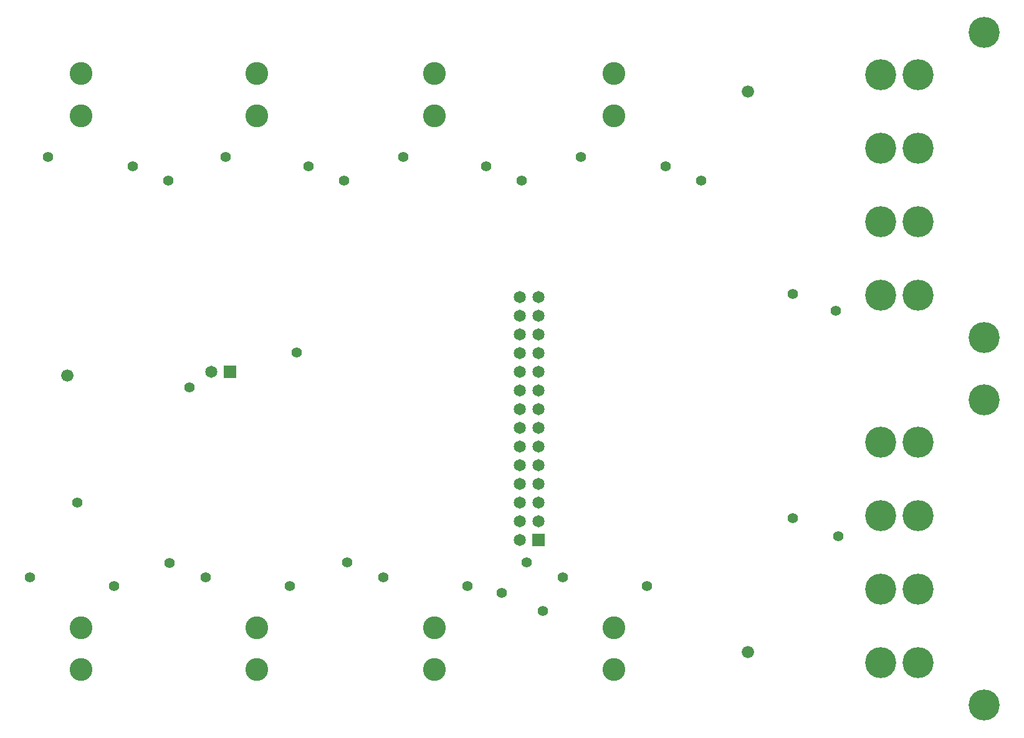
<source format=gbs>
G04 Layer_Color=16711935*
%FSLAX23Y23*%
%MOIN*%
G70*
G01*
G75*
%ADD58C,0.066*%
%ADD59C,0.006*%
%ADD60C,0.122*%
%ADD61C,0.166*%
%ADD62C,0.065*%
%ADD63R,0.065X0.065*%
%ADD64R,0.065X0.065*%
%ADD65C,0.056*%
D58*
X5620Y4500D02*
D03*
Y1500D02*
D03*
X1980Y2980D02*
D03*
D59*
X4767Y4703D02*
D03*
X3807D02*
D03*
X2857D02*
D03*
X1917D02*
D03*
X5043Y1297D02*
D03*
X4083D02*
D03*
X3133D02*
D03*
X2193D02*
D03*
D60*
X4904Y4594D02*
D03*
Y4370D02*
D03*
X3944Y4594D02*
D03*
Y4370D02*
D03*
X2994Y4594D02*
D03*
Y4370D02*
D03*
X2054Y4594D02*
D03*
Y4370D02*
D03*
X4906Y1406D02*
D03*
Y1630D02*
D03*
X3946Y1406D02*
D03*
Y1630D02*
D03*
X2996Y1406D02*
D03*
Y1630D02*
D03*
X2056Y1406D02*
D03*
Y1630D02*
D03*
D61*
X6884Y4814D02*
D03*
Y3182D02*
D03*
X6530Y4589D02*
D03*
X6333D02*
D03*
Y4195D02*
D03*
X6530D02*
D03*
Y3801D02*
D03*
X6333D02*
D03*
Y3408D02*
D03*
X6530D02*
D03*
X6884Y2848D02*
D03*
Y1216D02*
D03*
X6530Y2622D02*
D03*
X6333D02*
D03*
Y2229D02*
D03*
X6530D02*
D03*
Y1835D02*
D03*
X6333D02*
D03*
Y1441D02*
D03*
X6530D02*
D03*
D62*
X4400Y3400D02*
D03*
X4500D02*
D03*
X4400Y3300D02*
D03*
X4500D02*
D03*
X4400Y3200D02*
D03*
X4500D02*
D03*
X4400Y3100D02*
D03*
X4500D02*
D03*
X4400Y3000D02*
D03*
X4500D02*
D03*
X4400Y2900D02*
D03*
X4500D02*
D03*
X4400Y2800D02*
D03*
X4500D02*
D03*
X4400Y2700D02*
D03*
X4500D02*
D03*
X4400Y2600D02*
D03*
X4500D02*
D03*
X4400Y2500D02*
D03*
X4500D02*
D03*
X4400Y2400D02*
D03*
X4500D02*
D03*
X4400Y2300D02*
D03*
X4500D02*
D03*
X4400Y2200D02*
D03*
X4500D02*
D03*
X4400Y2100D02*
D03*
X2750Y3000D02*
D03*
D63*
X4500Y2100D02*
D03*
D64*
X2850Y3000D02*
D03*
D65*
X4305Y1815D02*
D03*
X4525Y1718D02*
D03*
X2035Y2300D02*
D03*
X2527Y1977D02*
D03*
X3477Y1978D02*
D03*
X4437D02*
D03*
X4630Y1900D02*
D03*
X5083Y1852D02*
D03*
X3670Y1900D02*
D03*
X4123Y1852D02*
D03*
X2720Y1900D02*
D03*
X3173Y1852D02*
D03*
X1780Y1900D02*
D03*
X2233Y1852D02*
D03*
X1877Y4148D02*
D03*
X2827D02*
D03*
X3777D02*
D03*
X4727D02*
D03*
X2330Y4100D02*
D03*
X3270D02*
D03*
X4220D02*
D03*
X5180D02*
D03*
X5373Y4023D02*
D03*
X4413Y4022D02*
D03*
X3463D02*
D03*
X2523D02*
D03*
X6090Y3325D02*
D03*
X6105Y2120D02*
D03*
X5860Y2215D02*
D03*
X5860Y3415D02*
D03*
X3207Y3102D02*
D03*
X2635Y2915D02*
D03*
M02*

</source>
